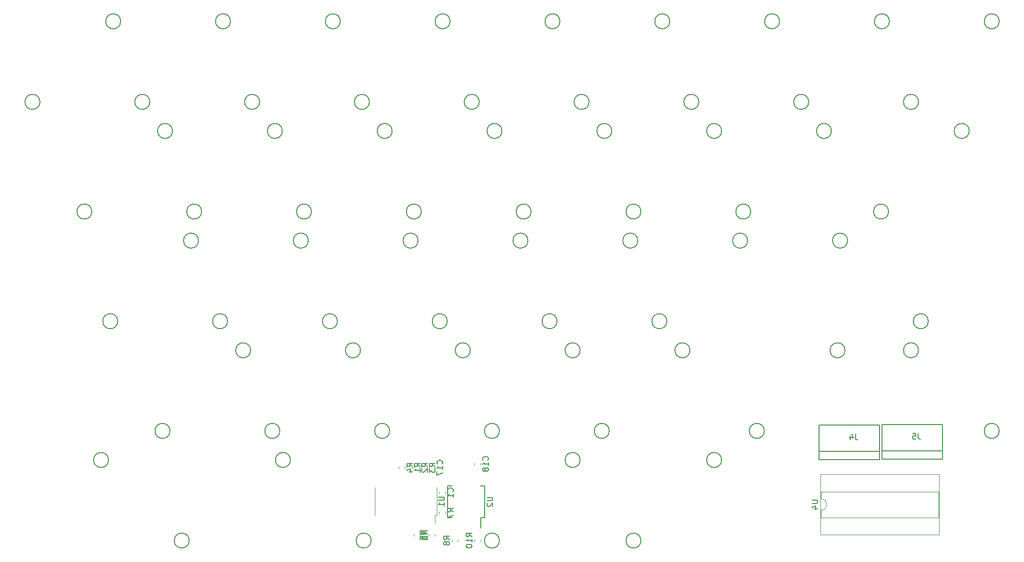
<source format=gbr>
G04 #@! TF.GenerationSoftware,KiCad,Pcbnew,(5.0.2)-1*
G04 #@! TF.CreationDate,2020-04-15T17:30:32+09:00*
G04 #@! TF.ProjectId,eckeyboard,65636b65-7962-46f6-9172-642e6b696361,rev?*
G04 #@! TF.SameCoordinates,Original*
G04 #@! TF.FileFunction,Legend,Bot*
G04 #@! TF.FilePolarity,Positive*
%FSLAX46Y46*%
G04 Gerber Fmt 4.6, Leading zero omitted, Abs format (unit mm)*
G04 Created by KiCad (PCBNEW (5.0.2)-1) date 2020/04/15 17:30:32*
%MOMM*%
%LPD*%
G01*
G04 APERTURE LIST*
%ADD10C,0.200000*%
%ADD11C,0.120000*%
%ADD12C,0.150000*%
G04 APERTURE END LIST*
D10*
G04 #@! TO.C,TP31*
X222500000Y-81100000D02*
G75*
G03X222500000Y-81100000I-1300000J0D01*
G01*
X236500000Y-95100000D02*
G75*
G03X236500000Y-95100000I-1300000J0D01*
G01*
G04 #@! TO.C,TP32*
X234800000Y-100150000D02*
G75*
G03X234800000Y-100150000I-1300000J0D01*
G01*
X248800000Y-114150000D02*
G75*
G03X248800000Y-114150000I-1300000J0D01*
G01*
G04 #@! TO.C,TP13*
X125850000Y-119200000D02*
G75*
G03X125850000Y-119200000I-1300000J0D01*
G01*
X139850000Y-133200000D02*
G75*
G03X139850000Y-133200000I-1300000J0D01*
G01*
G04 #@! TO.C,TP11*
X94300000Y-119200000D02*
G75*
G03X94300000Y-119200000I-1300000J0D01*
G01*
X108300000Y-133200000D02*
G75*
G03X108300000Y-133200000I-1300000J0D01*
G01*
G04 #@! TO.C,TP16*
X148550000Y-76050000D02*
G75*
G03X148550000Y-76050000I-1300000J0D01*
G01*
X162550000Y-62050000D02*
G75*
G03X162550000Y-62050000I-1300000J0D01*
G01*
G04 #@! TO.C,TP23*
X181150000Y-114150000D02*
G75*
G03X181150000Y-114150000I-1300000J0D01*
G01*
X195150000Y-100150000D02*
G75*
G03X195150000Y-100150000I-1300000J0D01*
G01*
G04 #@! TO.C,TP22*
X172100000Y-95100000D02*
G75*
G03X172100000Y-95100000I-1300000J0D01*
G01*
X186100000Y-81100000D02*
G75*
G03X186100000Y-81100000I-1300000J0D01*
G01*
G04 #@! TO.C,TP21*
X167600000Y-76050000D02*
G75*
G03X167600000Y-76050000I-1300000J0D01*
G01*
X181600000Y-62050000D02*
G75*
G03X181600000Y-62050000I-1300000J0D01*
G01*
G04 #@! TO.C,TP20*
X158600000Y-57000000D02*
G75*
G03X158600000Y-57000000I-1300000J0D01*
G01*
X172600000Y-43000000D02*
G75*
G03X172600000Y-43000000I-1300000J0D01*
G01*
G04 #@! TO.C,TP19*
X162100000Y-133200000D02*
G75*
G03X162100000Y-133200000I-1300000J0D01*
G01*
X176100000Y-119200000D02*
G75*
G03X176100000Y-119200000I-1300000J0D01*
G01*
G04 #@! TO.C,TP18*
X162100000Y-114150000D02*
G75*
G03X162100000Y-114150000I-1300000J0D01*
G01*
X176100000Y-100150000D02*
G75*
G03X176100000Y-100150000I-1300000J0D01*
G01*
G04 #@! TO.C,TP17*
X153050000Y-95100000D02*
G75*
G03X153050000Y-95100000I-1300000J0D01*
G01*
X167050000Y-81100000D02*
G75*
G03X167050000Y-81100000I-1300000J0D01*
G01*
G04 #@! TO.C,TP15*
X139550000Y-57000000D02*
G75*
G03X139550000Y-57000000I-1300000J0D01*
G01*
X153550000Y-43000000D02*
G75*
G03X153550000Y-43000000I-1300000J0D01*
G01*
G04 #@! TO.C,TP35*
X229600000Y-76050000D02*
G75*
G03X229600000Y-76050000I-1300000J0D01*
G01*
X243600000Y-62050000D02*
G75*
G03X243600000Y-62050000I-1300000J0D01*
G01*
G04 #@! TO.C,TP34*
X234800000Y-57000000D02*
G75*
G03X234800000Y-57000000I-1300000J0D01*
G01*
X248800000Y-43000000D02*
G75*
G03X248800000Y-43000000I-1300000J0D01*
G01*
G04 #@! TO.C,TP33*
X215750000Y-57000000D02*
G75*
G03X215750000Y-57000000I-1300000J0D01*
G01*
X229750000Y-43000000D02*
G75*
G03X229750000Y-43000000I-1300000J0D01*
G01*
G04 #@! TO.C,TP30*
X205700000Y-76050000D02*
G75*
G03X205700000Y-76050000I-1300000J0D01*
G01*
X219700000Y-62050000D02*
G75*
G03X219700000Y-62050000I-1300000J0D01*
G01*
G04 #@! TO.C,TP29*
X196700000Y-57000000D02*
G75*
G03X196700000Y-57000000I-1300000J0D01*
G01*
X210700000Y-43000000D02*
G75*
G03X210700000Y-43000000I-1300000J0D01*
G01*
G04 #@! TO.C,TP28*
X186650000Y-133200000D02*
G75*
G03X186650000Y-133200000I-1300000J0D01*
G01*
X200650000Y-119200000D02*
G75*
G03X200650000Y-119200000I-1300000J0D01*
G01*
G04 #@! TO.C,TP12*
X124000000Y-114150000D02*
G75*
G03X124000000Y-114150000I-1300000J0D01*
G01*
X138000000Y-100150000D02*
G75*
G03X138000000Y-100150000I-1300000J0D01*
G01*
G04 #@! TO.C,TP10*
X104950000Y-114150000D02*
G75*
G03X104950000Y-114150000I-1300000J0D01*
G01*
X118950000Y-100150000D02*
G75*
G03X118950000Y-100150000I-1300000J0D01*
G01*
G04 #@! TO.C,TP6*
X114950000Y-95100000D02*
G75*
G03X114950000Y-95100000I-1300000J0D01*
G01*
X128950000Y-81100000D02*
G75*
G03X128950000Y-81100000I-1300000J0D01*
G01*
G04 #@! TO.C,TP5*
X110450000Y-76050000D02*
G75*
G03X110450000Y-76050000I-1300000J0D01*
G01*
X124450000Y-62050000D02*
G75*
G03X124450000Y-62050000I-1300000J0D01*
G01*
G04 #@! TO.C,TP4*
X101450000Y-57000000D02*
G75*
G03X101450000Y-57000000I-1300000J0D01*
G01*
X115450000Y-43000000D02*
G75*
G03X115450000Y-43000000I-1300000J0D01*
G01*
G04 #@! TO.C,TP3*
X95900000Y-95100000D02*
G75*
G03X95900000Y-95100000I-1300000J0D01*
G01*
X109900000Y-81100000D02*
G75*
G03X109900000Y-81100000I-1300000J0D01*
G01*
G04 #@! TO.C,TP2*
X91400000Y-76050000D02*
G75*
G03X91400000Y-76050000I-1300000J0D01*
G01*
X105400000Y-62050000D02*
G75*
G03X105400000Y-62050000I-1300000J0D01*
G01*
G04 #@! TO.C,TP1*
X82400000Y-57000000D02*
G75*
G03X82400000Y-57000000I-1300000J0D01*
G01*
X96400000Y-43000000D02*
G75*
G03X96400000Y-43000000I-1300000J0D01*
G01*
G04 #@! TO.C,TP27*
X208050000Y-114150000D02*
G75*
G03X208050000Y-114150000I-1300000J0D01*
G01*
X222050000Y-100150000D02*
G75*
G03X222050000Y-100150000I-1300000J0D01*
G01*
G04 #@! TO.C,TP24*
X177650000Y-57000000D02*
G75*
G03X177650000Y-57000000I-1300000J0D01*
G01*
X191650000Y-43000000D02*
G75*
G03X191650000Y-43000000I-1300000J0D01*
G01*
G04 #@! TO.C,TP26*
X191150000Y-95100000D02*
G75*
G03X191150000Y-95100000I-1300000J0D01*
G01*
X205150000Y-81100000D02*
G75*
G03X205150000Y-81100000I-1300000J0D01*
G01*
G04 #@! TO.C,TP25*
X186650000Y-76050000D02*
G75*
G03X186650000Y-76050000I-1300000J0D01*
G01*
X200650000Y-62050000D02*
G75*
G03X200650000Y-62050000I-1300000J0D01*
G01*
G04 #@! TO.C,TP7*
X120500000Y-57000000D02*
G75*
G03X120500000Y-57000000I-1300000J0D01*
G01*
X134500000Y-43000000D02*
G75*
G03X134500000Y-43000000I-1300000J0D01*
G01*
G04 #@! TO.C,TP8*
X129500000Y-76050000D02*
G75*
G03X129500000Y-76050000I-1300000J0D01*
G01*
X143500000Y-62050000D02*
G75*
G03X143500000Y-62050000I-1300000J0D01*
G01*
G04 #@! TO.C,TP9*
X134000000Y-95100000D02*
G75*
G03X134000000Y-95100000I-1300000J0D01*
G01*
X148000000Y-81100000D02*
G75*
G03X148000000Y-81100000I-1300000J0D01*
G01*
G04 #@! TO.C,TP14*
X143050000Y-114150000D02*
G75*
G03X143050000Y-114150000I-1300000J0D01*
G01*
X157050000Y-100150000D02*
G75*
G03X157050000Y-100150000I-1300000J0D01*
G01*
D11*
G04 #@! TO.C,C18*
X158810000Y-120046267D02*
X158810000Y-119703733D01*
X157790000Y-120046267D02*
X157790000Y-119703733D01*
G04 #@! TO.C,U1*
X151280677Y-128789650D02*
X150880677Y-128789650D01*
X150880677Y-128789650D02*
X150880677Y-130189650D01*
X151280677Y-128789650D02*
X151280677Y-123989650D01*
X140480677Y-128789650D02*
X140480677Y-123989650D01*
D12*
G04 #@! TO.C,U2*
X159555514Y-129222137D02*
X158900514Y-129222137D01*
X159555514Y-123722137D02*
X158805514Y-123722137D01*
X153145514Y-123722137D02*
X153895514Y-123722137D01*
X153145514Y-129222137D02*
X153895514Y-129222137D01*
X159555514Y-129222137D02*
X159555514Y-123722137D01*
X153145514Y-129222137D02*
X153145514Y-123722137D01*
X158900514Y-129222137D02*
X158900514Y-130972137D01*
D10*
G04 #@! TO.C,J4*
X228022000Y-119138000D02*
X228022000Y-117738000D01*
X217522000Y-119138000D02*
X228022000Y-119138000D01*
X217522000Y-117738000D02*
X217522000Y-119138000D01*
X228022000Y-113138000D02*
X228022000Y-117738000D01*
X217522000Y-113138000D02*
X228022000Y-113138000D01*
X217522000Y-117738000D02*
X217522000Y-113138000D01*
X228022000Y-117738000D02*
X217522000Y-117738000D01*
G04 #@! TO.C,J5*
X238922000Y-117638000D02*
X228422000Y-117638000D01*
X228422000Y-117638000D02*
X228422000Y-113038000D01*
X228422000Y-113038000D02*
X238922000Y-113038000D01*
X238922000Y-113038000D02*
X238922000Y-117638000D01*
X228422000Y-117638000D02*
X228422000Y-119038000D01*
X228422000Y-119038000D02*
X238922000Y-119038000D01*
X238922000Y-119038000D02*
X238922000Y-117638000D01*
D11*
G04 #@! TO.C,U4*
X217870000Y-127960000D02*
G75*
G03X217870000Y-125960000I0J1000000D01*
G01*
X217870000Y-125960000D02*
X217870000Y-124710000D01*
X217870000Y-124710000D02*
X238310000Y-124710000D01*
X238310000Y-124710000D02*
X238310000Y-129210000D01*
X238310000Y-129210000D02*
X217870000Y-129210000D01*
X217870000Y-129210000D02*
X217870000Y-127960000D01*
X217810000Y-121710000D02*
X238370000Y-121710000D01*
X238370000Y-121710000D02*
X238370000Y-132210000D01*
X238370000Y-132210000D02*
X217810000Y-132210000D01*
X217810000Y-132210000D02*
X217810000Y-121710000D01*
G04 #@! TO.C,C1*
X152726000Y-125051267D02*
X152726000Y-124708733D01*
X151706000Y-125051267D02*
X151706000Y-124708733D01*
G04 #@! TO.C,C17*
X150876000Y-120701267D02*
X150876000Y-120358733D01*
X149856000Y-120701267D02*
X149856000Y-120358733D01*
G04 #@! TO.C,R1*
X146976000Y-120701267D02*
X146976000Y-120358733D01*
X145956000Y-120701267D02*
X145956000Y-120358733D01*
G04 #@! TO.C,R2*
X147256000Y-120701267D02*
X147256000Y-120358733D01*
X148276000Y-120701267D02*
X148276000Y-120358733D01*
G04 #@! TO.C,R3*
X148556000Y-120701267D02*
X148556000Y-120358733D01*
X149576000Y-120701267D02*
X149576000Y-120358733D01*
G04 #@! TO.C,R4*
X145676000Y-120701267D02*
X145676000Y-120358733D01*
X144656000Y-120701267D02*
X144656000Y-120358733D01*
G04 #@! TO.C,R5*
X149856000Y-132108733D02*
X149856000Y-132451267D01*
X150876000Y-132108733D02*
X150876000Y-132451267D01*
G04 #@! TO.C,R6*
X147256000Y-132451267D02*
X147256000Y-132108733D01*
X148276000Y-132451267D02*
X148276000Y-132108733D01*
G04 #@! TO.C,R7*
X152726000Y-128551267D02*
X152726000Y-128208733D01*
X151706000Y-128551267D02*
X151706000Y-128208733D01*
G04 #@! TO.C,R8*
X154926000Y-133008733D02*
X154926000Y-133351267D01*
X153906000Y-133008733D02*
X153906000Y-133351267D01*
G04 #@! TO.C,R10*
X157806000Y-133008733D02*
X157806000Y-133351267D01*
X158826000Y-133008733D02*
X158826000Y-133351267D01*
G04 #@! TO.C,C18*
D12*
X160087142Y-119232142D02*
X160134761Y-119184523D01*
X160182380Y-119041666D01*
X160182380Y-118946428D01*
X160134761Y-118803571D01*
X160039523Y-118708333D01*
X159944285Y-118660714D01*
X159753809Y-118613095D01*
X159610952Y-118613095D01*
X159420476Y-118660714D01*
X159325238Y-118708333D01*
X159230000Y-118803571D01*
X159182380Y-118946428D01*
X159182380Y-119041666D01*
X159230000Y-119184523D01*
X159277619Y-119232142D01*
X160182380Y-120184523D02*
X160182380Y-119613095D01*
X160182380Y-119898809D02*
X159182380Y-119898809D01*
X159325238Y-119803571D01*
X159420476Y-119708333D01*
X159468095Y-119613095D01*
X159610952Y-120755952D02*
X159563333Y-120660714D01*
X159515714Y-120613095D01*
X159420476Y-120565476D01*
X159372857Y-120565476D01*
X159277619Y-120613095D01*
X159230000Y-120660714D01*
X159182380Y-120755952D01*
X159182380Y-120946428D01*
X159230000Y-121041666D01*
X159277619Y-121089285D01*
X159372857Y-121136904D01*
X159420476Y-121136904D01*
X159515714Y-121089285D01*
X159563333Y-121041666D01*
X159610952Y-120946428D01*
X159610952Y-120755952D01*
X159658571Y-120660714D01*
X159706190Y-120613095D01*
X159801428Y-120565476D01*
X159991904Y-120565476D01*
X160087142Y-120613095D01*
X160134761Y-120660714D01*
X160182380Y-120755952D01*
X160182380Y-120946428D01*
X160134761Y-121041666D01*
X160087142Y-121089285D01*
X159991904Y-121136904D01*
X159801428Y-121136904D01*
X159706190Y-121089285D01*
X159658571Y-121041666D01*
X159610952Y-120946428D01*
G04 #@! TO.C,U1*
X151533057Y-125627745D02*
X152342581Y-125627745D01*
X152437819Y-125675364D01*
X152485438Y-125722983D01*
X152533057Y-125818221D01*
X152533057Y-126008697D01*
X152485438Y-126103935D01*
X152437819Y-126151554D01*
X152342581Y-126199173D01*
X151533057Y-126199173D01*
X152533057Y-127199173D02*
X152533057Y-126627745D01*
X152533057Y-126913459D02*
X151533057Y-126913459D01*
X151675915Y-126818221D01*
X151771153Y-126722983D01*
X151818772Y-126627745D01*
G04 #@! TO.C,U2*
X159932894Y-125710232D02*
X160742418Y-125710232D01*
X160837656Y-125757851D01*
X160885275Y-125805470D01*
X160932894Y-125900708D01*
X160932894Y-126091184D01*
X160885275Y-126186422D01*
X160837656Y-126234041D01*
X160742418Y-126281660D01*
X159932894Y-126281660D01*
X160028133Y-126710232D02*
X159980514Y-126757851D01*
X159932894Y-126853089D01*
X159932894Y-127091184D01*
X159980514Y-127186422D01*
X160028133Y-127234041D01*
X160123371Y-127281660D01*
X160218609Y-127281660D01*
X160361466Y-127234041D01*
X160932894Y-126662613D01*
X160932894Y-127281660D01*
G04 #@! TO.C,J4*
X223855333Y-114690380D02*
X223855333Y-115404666D01*
X223902952Y-115547523D01*
X223998190Y-115642761D01*
X224141047Y-115690380D01*
X224236285Y-115690380D01*
X222950571Y-115023714D02*
X222950571Y-115690380D01*
X223188666Y-114642761D02*
X223426761Y-115357047D01*
X222807714Y-115357047D01*
G04 #@! TO.C,J5*
X234755333Y-114590380D02*
X234755333Y-115304666D01*
X234802952Y-115447523D01*
X234898190Y-115542761D01*
X235041047Y-115590380D01*
X235136285Y-115590380D01*
X233802952Y-114590380D02*
X234279142Y-114590380D01*
X234326761Y-115066571D01*
X234279142Y-115018952D01*
X234183904Y-114971333D01*
X233945809Y-114971333D01*
X233850571Y-115018952D01*
X233802952Y-115066571D01*
X233755333Y-115161809D01*
X233755333Y-115399904D01*
X233802952Y-115495142D01*
X233850571Y-115542761D01*
X233945809Y-115590380D01*
X234183904Y-115590380D01*
X234279142Y-115542761D01*
X234326761Y-115495142D01*
G04 #@! TO.C,U4*
X216322380Y-126198095D02*
X217131904Y-126198095D01*
X217227142Y-126245714D01*
X217274761Y-126293333D01*
X217322380Y-126388571D01*
X217322380Y-126579047D01*
X217274761Y-126674285D01*
X217227142Y-126721904D01*
X217131904Y-126769523D01*
X216322380Y-126769523D01*
X216655714Y-127674285D02*
X217322380Y-127674285D01*
X216274761Y-127436190D02*
X216989047Y-127198095D01*
X216989047Y-127817142D01*
G04 #@! TO.C,C1*
X154003142Y-124713333D02*
X154050761Y-124665714D01*
X154098380Y-124522857D01*
X154098380Y-124427619D01*
X154050761Y-124284761D01*
X153955523Y-124189523D01*
X153860285Y-124141904D01*
X153669809Y-124094285D01*
X153526952Y-124094285D01*
X153336476Y-124141904D01*
X153241238Y-124189523D01*
X153146000Y-124284761D01*
X153098380Y-124427619D01*
X153098380Y-124522857D01*
X153146000Y-124665714D01*
X153193619Y-124713333D01*
X154098380Y-125665714D02*
X154098380Y-125094285D01*
X154098380Y-125380000D02*
X153098380Y-125380000D01*
X153241238Y-125284761D01*
X153336476Y-125189523D01*
X153384095Y-125094285D01*
G04 #@! TO.C,C17*
X152153142Y-119887142D02*
X152200761Y-119839523D01*
X152248380Y-119696666D01*
X152248380Y-119601428D01*
X152200761Y-119458571D01*
X152105523Y-119363333D01*
X152010285Y-119315714D01*
X151819809Y-119268095D01*
X151676952Y-119268095D01*
X151486476Y-119315714D01*
X151391238Y-119363333D01*
X151296000Y-119458571D01*
X151248380Y-119601428D01*
X151248380Y-119696666D01*
X151296000Y-119839523D01*
X151343619Y-119887142D01*
X152248380Y-120839523D02*
X152248380Y-120268095D01*
X152248380Y-120553809D02*
X151248380Y-120553809D01*
X151391238Y-120458571D01*
X151486476Y-120363333D01*
X151534095Y-120268095D01*
X151248380Y-121172857D02*
X151248380Y-121839523D01*
X152248380Y-121410952D01*
G04 #@! TO.C,R1*
X148348380Y-120363333D02*
X147872190Y-120030000D01*
X148348380Y-119791904D02*
X147348380Y-119791904D01*
X147348380Y-120172857D01*
X147396000Y-120268095D01*
X147443619Y-120315714D01*
X147538857Y-120363333D01*
X147681714Y-120363333D01*
X147776952Y-120315714D01*
X147824571Y-120268095D01*
X147872190Y-120172857D01*
X147872190Y-119791904D01*
X148348380Y-121315714D02*
X148348380Y-120744285D01*
X148348380Y-121030000D02*
X147348380Y-121030000D01*
X147491238Y-120934761D01*
X147586476Y-120839523D01*
X147634095Y-120744285D01*
G04 #@! TO.C,R2*
X149648380Y-120363333D02*
X149172190Y-120030000D01*
X149648380Y-119791904D02*
X148648380Y-119791904D01*
X148648380Y-120172857D01*
X148696000Y-120268095D01*
X148743619Y-120315714D01*
X148838857Y-120363333D01*
X148981714Y-120363333D01*
X149076952Y-120315714D01*
X149124571Y-120268095D01*
X149172190Y-120172857D01*
X149172190Y-119791904D01*
X148743619Y-120744285D02*
X148696000Y-120791904D01*
X148648380Y-120887142D01*
X148648380Y-121125238D01*
X148696000Y-121220476D01*
X148743619Y-121268095D01*
X148838857Y-121315714D01*
X148934095Y-121315714D01*
X149076952Y-121268095D01*
X149648380Y-120696666D01*
X149648380Y-121315714D01*
G04 #@! TO.C,R3*
X150948380Y-120363333D02*
X150472190Y-120030000D01*
X150948380Y-119791904D02*
X149948380Y-119791904D01*
X149948380Y-120172857D01*
X149996000Y-120268095D01*
X150043619Y-120315714D01*
X150138857Y-120363333D01*
X150281714Y-120363333D01*
X150376952Y-120315714D01*
X150424571Y-120268095D01*
X150472190Y-120172857D01*
X150472190Y-119791904D01*
X149948380Y-120696666D02*
X149948380Y-121315714D01*
X150329333Y-120982380D01*
X150329333Y-121125238D01*
X150376952Y-121220476D01*
X150424571Y-121268095D01*
X150519809Y-121315714D01*
X150757904Y-121315714D01*
X150853142Y-121268095D01*
X150900761Y-121220476D01*
X150948380Y-121125238D01*
X150948380Y-120839523D01*
X150900761Y-120744285D01*
X150853142Y-120696666D01*
G04 #@! TO.C,R4*
X147048380Y-120363333D02*
X146572190Y-120030000D01*
X147048380Y-119791904D02*
X146048380Y-119791904D01*
X146048380Y-120172857D01*
X146096000Y-120268095D01*
X146143619Y-120315714D01*
X146238857Y-120363333D01*
X146381714Y-120363333D01*
X146476952Y-120315714D01*
X146524571Y-120268095D01*
X146572190Y-120172857D01*
X146572190Y-119791904D01*
X146381714Y-121220476D02*
X147048380Y-121220476D01*
X146000761Y-120982380D02*
X146715047Y-120744285D01*
X146715047Y-121363333D01*
G04 #@! TO.C,R5*
X149388380Y-132113333D02*
X148912190Y-131780000D01*
X149388380Y-131541904D02*
X148388380Y-131541904D01*
X148388380Y-131922857D01*
X148436000Y-132018095D01*
X148483619Y-132065714D01*
X148578857Y-132113333D01*
X148721714Y-132113333D01*
X148816952Y-132065714D01*
X148864571Y-132018095D01*
X148912190Y-131922857D01*
X148912190Y-131541904D01*
X148388380Y-133018095D02*
X148388380Y-132541904D01*
X148864571Y-132494285D01*
X148816952Y-132541904D01*
X148769333Y-132637142D01*
X148769333Y-132875238D01*
X148816952Y-132970476D01*
X148864571Y-133018095D01*
X148959809Y-133065714D01*
X149197904Y-133065714D01*
X149293142Y-133018095D01*
X149340761Y-132970476D01*
X149388380Y-132875238D01*
X149388380Y-132637142D01*
X149340761Y-132541904D01*
X149293142Y-132494285D01*
G04 #@! TO.C,R6*
X149648380Y-132113333D02*
X149172190Y-131780000D01*
X149648380Y-131541904D02*
X148648380Y-131541904D01*
X148648380Y-131922857D01*
X148696000Y-132018095D01*
X148743619Y-132065714D01*
X148838857Y-132113333D01*
X148981714Y-132113333D01*
X149076952Y-132065714D01*
X149124571Y-132018095D01*
X149172190Y-131922857D01*
X149172190Y-131541904D01*
X148648380Y-132970476D02*
X148648380Y-132780000D01*
X148696000Y-132684761D01*
X148743619Y-132637142D01*
X148886476Y-132541904D01*
X149076952Y-132494285D01*
X149457904Y-132494285D01*
X149553142Y-132541904D01*
X149600761Y-132589523D01*
X149648380Y-132684761D01*
X149648380Y-132875238D01*
X149600761Y-132970476D01*
X149553142Y-133018095D01*
X149457904Y-133065714D01*
X149219809Y-133065714D01*
X149124571Y-133018095D01*
X149076952Y-132970476D01*
X149029333Y-132875238D01*
X149029333Y-132684761D01*
X149076952Y-132589523D01*
X149124571Y-132541904D01*
X149219809Y-132494285D01*
G04 #@! TO.C,R7*
X154098380Y-128213333D02*
X153622190Y-127880000D01*
X154098380Y-127641904D02*
X153098380Y-127641904D01*
X153098380Y-128022857D01*
X153146000Y-128118095D01*
X153193619Y-128165714D01*
X153288857Y-128213333D01*
X153431714Y-128213333D01*
X153526952Y-128165714D01*
X153574571Y-128118095D01*
X153622190Y-128022857D01*
X153622190Y-127641904D01*
X153098380Y-128546666D02*
X153098380Y-129213333D01*
X154098380Y-128784761D01*
G04 #@! TO.C,R8*
X153438380Y-133013333D02*
X152962190Y-132680000D01*
X153438380Y-132441904D02*
X152438380Y-132441904D01*
X152438380Y-132822857D01*
X152486000Y-132918095D01*
X152533619Y-132965714D01*
X152628857Y-133013333D01*
X152771714Y-133013333D01*
X152866952Y-132965714D01*
X152914571Y-132918095D01*
X152962190Y-132822857D01*
X152962190Y-132441904D01*
X152866952Y-133584761D02*
X152819333Y-133489523D01*
X152771714Y-133441904D01*
X152676476Y-133394285D01*
X152628857Y-133394285D01*
X152533619Y-133441904D01*
X152486000Y-133489523D01*
X152438380Y-133584761D01*
X152438380Y-133775238D01*
X152486000Y-133870476D01*
X152533619Y-133918095D01*
X152628857Y-133965714D01*
X152676476Y-133965714D01*
X152771714Y-133918095D01*
X152819333Y-133870476D01*
X152866952Y-133775238D01*
X152866952Y-133584761D01*
X152914571Y-133489523D01*
X152962190Y-133441904D01*
X153057428Y-133394285D01*
X153247904Y-133394285D01*
X153343142Y-133441904D01*
X153390761Y-133489523D01*
X153438380Y-133584761D01*
X153438380Y-133775238D01*
X153390761Y-133870476D01*
X153343142Y-133918095D01*
X153247904Y-133965714D01*
X153057428Y-133965714D01*
X152962190Y-133918095D01*
X152914571Y-133870476D01*
X152866952Y-133775238D01*
G04 #@! TO.C,R10*
X157338380Y-132537142D02*
X156862190Y-132203809D01*
X157338380Y-131965714D02*
X156338380Y-131965714D01*
X156338380Y-132346666D01*
X156386000Y-132441904D01*
X156433619Y-132489523D01*
X156528857Y-132537142D01*
X156671714Y-132537142D01*
X156766952Y-132489523D01*
X156814571Y-132441904D01*
X156862190Y-132346666D01*
X156862190Y-131965714D01*
X157338380Y-133489523D02*
X157338380Y-132918095D01*
X157338380Y-133203809D02*
X156338380Y-133203809D01*
X156481238Y-133108571D01*
X156576476Y-133013333D01*
X156624095Y-132918095D01*
X156338380Y-134108571D02*
X156338380Y-134203809D01*
X156386000Y-134299047D01*
X156433619Y-134346666D01*
X156528857Y-134394285D01*
X156719333Y-134441904D01*
X156957428Y-134441904D01*
X157147904Y-134394285D01*
X157243142Y-134346666D01*
X157290761Y-134299047D01*
X157338380Y-134203809D01*
X157338380Y-134108571D01*
X157290761Y-134013333D01*
X157243142Y-133965714D01*
X157147904Y-133918095D01*
X156957428Y-133870476D01*
X156719333Y-133870476D01*
X156528857Y-133918095D01*
X156433619Y-133965714D01*
X156386000Y-134013333D01*
X156338380Y-134108571D01*
G04 #@! TD*
M02*

</source>
